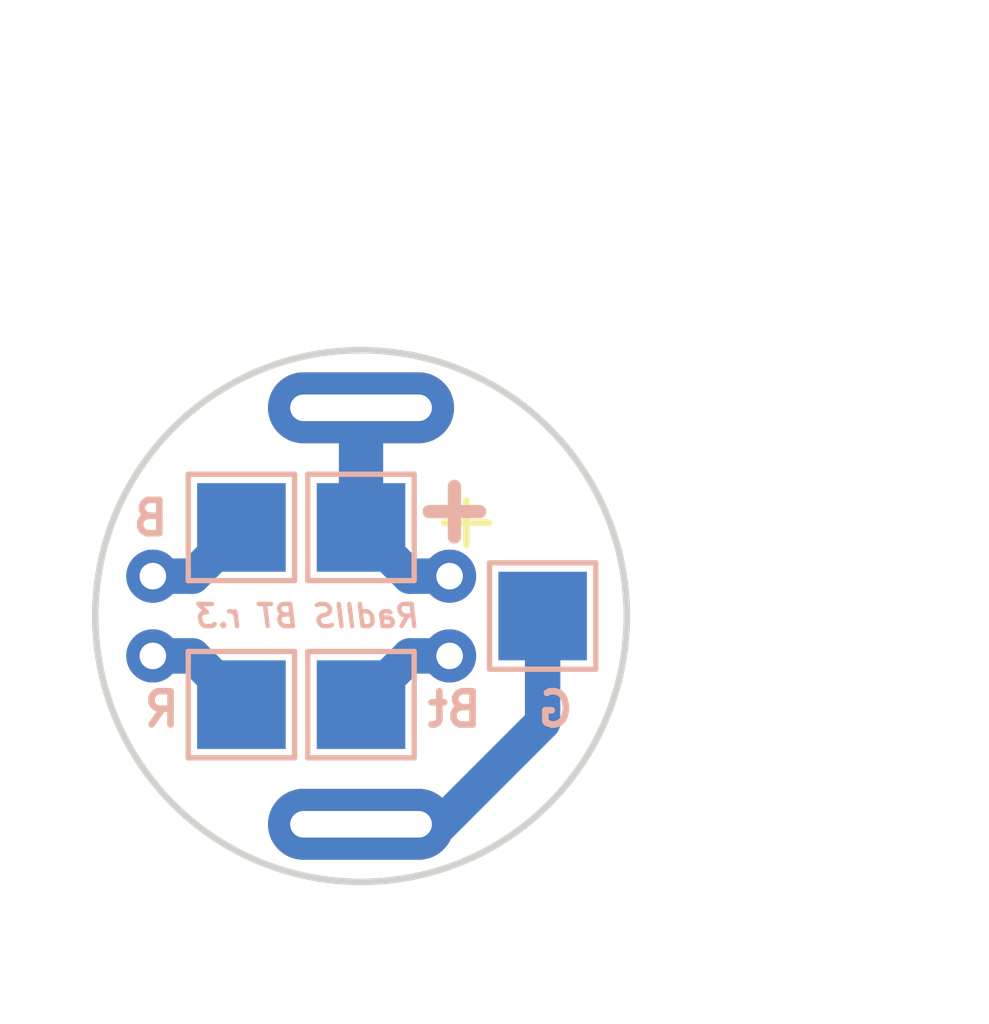
<source format=kicad_pcb>
(kicad_pcb (version 20240108) (generator "pcbnew") (generator_version "8.0")
  (layers (0 "F.Cu" signal) (31 "B.Cu" signal) (34 "B.Paste" user) (35 "F.Paste" user) (36 "B.SilkS" user "B.Silkscreen") (37 "F.SilkS" user "F.Silkscreen") (38 "B.Mask" user) (39 "F.Mask" user) (44 "Edge.Cuts" user))
  (net 0 "")
  (net 1 "Net-(SW1-Pad2)")
  (net 2 "Net-(SW1-Pad1)")
  (net 3 "Net-(SW1-Pad5)")
  (net 4 "Net-(SW1-Pad6)")
  (net 5 "Net-(SW1-Pad4)")
  (footprint "RadIIS_BUTTON_PCB:MBP16_RGB_PCB" (layer "F.Cu") (at 100 100)
    (property "Reference" "SW1" (hide yes))
    (property "Value" "SW_Push_LED")
    (fp_line (start 1.88 -2.11) (end 2.88 -2.11) (stroke (width 0.15)) (layer "F.SilkS"))
    (fp_line (start 2.38 -1.61) (end 2.38 -2.61) (stroke (width 0.15)) (layer "F.SilkS"))
    (pad "1" thru_hole oval (at 0 4.7) (size 4.2 1.6) (drill oval 3.2 0.6) (layers "*.Cu" "*.Mask") (net 2 "Net-(SW1-Pad1)"))
    (pad "2" thru_hole oval (at 0 -4.7) (size 4.2 1.6) (drill oval 3.2 0.6) (layers "*.Cu" "*.Mask") (net 1 "Net-(SW1-Pad2)"))
    (pad "3" thru_hole circle (at 2 -0.9) (size 1.2 1.2) (drill 0.6) (layers "*.Cu" "*.Mask") (net 1 "Net-(SW1-Pad2)"))
    (pad "4" thru_hole circle (at -4.7 0.9) (size 1.2 1.2) (drill 0.6) (layers "*.Cu" "*.Mask") (net 5 "Net-(SW1-Pad4)"))
    (pad "5" thru_hole circle (at 2 0.9) (size 1.2 1.2) (drill 0.6) (layers "*.Cu" "*.Mask") (net 3 "Net-(SW1-Pad5)"))
    (pad "6" thru_hole circle (at -4.7 -0.9) (size 1.2 1.2) (drill 0.6) (layers "*.Cu" "*.Mask") (net 4 "Net-(SW1-Pad6)"))
  )
  (footprint "TestPoint:TestPoint_Pad_2.0x2.0mm" (layer "B.Cu") (at 100 98)
    (property "Reference" "TP5" (hide yes))
    (property "Value" "Pad")
    (fp_line (start -1.2 -1.2) (end -1.2 1.2) (stroke (width 0.12)) (layer "B.SilkS"))
    (fp_line (start -1.2 1.2) (end 1.2 1.2) (stroke (width 0.12)) (layer "B.SilkS"))
    (fp_line (start 1.2 -1.2) (end -1.2 -1.2) (stroke (width 0.12)) (layer "B.SilkS"))
    (fp_line (start 1.2 1.2) (end 1.2 -1.2) (stroke (width 0.12)) (layer "B.SilkS"))
    (pad "1" smd rect (at 0 0) (size 2 2) (layers "B.Cu" "B.Mask") (net 1 "Net-(SW1-Pad2)"))
  )
  (footprint "TestPoint:TestPoint_Pad_2.0x2.0mm" (layer "B.Cu") (at 100 102 -90)
    (property "Reference" "TP1" (hide yes))
    (property "Value" "Pad")
    (fp_line (start -1.2 1.2) (end 1.2 1.2) (stroke (width 0.12)) (layer "B.SilkS"))
    (fp_line (start 1.2 1.2) (end 1.2 -1.2) (stroke (width 0.12)) (layer "B.SilkS"))
    (fp_line (start -1.2 -1.2) (end -1.2 1.2) (stroke (width 0.12)) (layer "B.SilkS"))
    (fp_line (start 1.2 -1.2) (end -1.2 -1.2) (stroke (width 0.12)) (layer "B.SilkS"))
    (pad "1" smd rect (at 0 0 270) (size 2 2) (layers "B.Cu" "B.Mask") (net 3 "Net-(SW1-Pad5)"))
  )
  (footprint "TestPoint:TestPoint_Pad_2.0x2.0mm" (layer "B.Cu") (at 97.3 102)
    (property "Reference" "TP2" (hide yes))
    (property "Value" "Pad")
    (fp_line (start -1.2 -1.2) (end -1.2 1.2) (stroke (width 0.12)) (layer "B.SilkS"))
    (fp_line (start -1.2 1.2) (end 1.2 1.2) (stroke (width 0.12)) (layer "B.SilkS"))
    (fp_line (start 1.2 -1.2) (end -1.2 -1.2) (stroke (width 0.12)) (layer "B.SilkS"))
    (fp_line (start 1.2 1.2) (end 1.2 -1.2) (stroke (width 0.12)) (layer "B.SilkS"))
    (pad "1" smd rect (at 0 0) (size 2 2) (layers "B.Cu" "B.Mask") (net 5 "Net-(SW1-Pad4)"))
  )
  (footprint "TestPoint:TestPoint_Pad_2.0x2.0mm" (layer "B.Cu") (at 97.3 98)
    (property "Reference" "TP4" (hide yes))
    (property "Value" "Pad")
    (fp_line (start -1.2 -1.2) (end -1.2 1.2) (stroke (width 0.12)) (layer "B.SilkS"))
    (fp_line (start -1.2 1.2) (end 1.2 1.2) (stroke (width 0.12)) (layer "B.SilkS"))
    (fp_line (start 1.2 -1.2) (end -1.2 -1.2) (stroke (width 0.12)) (layer "B.SilkS"))
    (fp_line (start 1.2 1.2) (end 1.2 -1.2) (stroke (width 0.12)) (layer "B.SilkS"))
    (pad "1" smd rect (at 0 0) (size 2 2) (layers "B.Cu" "B.Mask") (net 4 "Net-(SW1-Pad6)"))
  )
  (footprint "TestPoint:TestPoint_Pad_2.0x2.0mm" (layer "B.Cu") (at 104.1 100)
    (property "Reference" "TP3" (hide yes))
    (property "Value" "Pad")
    (fp_line (start -1.2 -1.2) (end -1.2 1.2) (stroke (width 0.12)) (layer "B.SilkS"))
    (fp_line (start -1.2 1.2) (end 1.2 1.2) (stroke (width 0.12)) (layer "B.SilkS"))
    (fp_line (start 1.2 -1.2) (end -1.2 -1.2) (stroke (width 0.12)) (layer "B.SilkS"))
    (fp_line (start 1.2 1.2) (end 1.2 -1.2) (stroke (width 0.12)) (layer "B.SilkS"))
    (pad "1" smd rect (at 0 0) (size 2 2) (layers "B.Cu" "B.Mask") (net 2 "Net-(SW1-Pad1)"))
  )
  (gr_circle (center 100 100) (end 106 100) (stroke (width 0.15)) (fill none) (layer "Edge.Cuts"))
  (gr_text "Bt" (at 102.108 102.108 0) (layer "B.SilkS") (effects (font (size 0.75 0.75)) (justify mirror)))
  (gr_text "G" (at 104.394 102.108 0) (layer "B.SilkS") (effects (font (size 0.75 0.75)) (justify mirror)))
  (gr_text "B" (at 95.25 97.79 0) (layer "B.SilkS") (effects (font (size 0.75 0.75)) (justify mirror)))
  (gr_text "RadIIS BT r.3\n" (at 98.806 100 0) (layer "B.SilkS") (effects (font (size 0.5 0.5) (thickness 0.1) (italic yes)) (justify mirror)))
  (gr_text "R" (at 95.504 102.108 0) (layer "B.SilkS") (effects (font (size 0.75 0.75)) (justify mirror)))
  (gr_text "+" (at 102.108 97.536 0) (layer "B.SilkS") (effects (font (size 1.5 1.5) (thickness 0.3)) (justify mirror)))
  (segment (start 100 95.3) (end 100 98) (width 1) (layer "B.Cu") (net 1))
  (segment (start 102 99.1) (end 101.1 99.1) (width 0.8) (layer "B.Cu") (net 1))
  (segment (start 101.1 99.1) (end 100 98) (width 0.8) (layer "B.Cu") (net 1))
  (segment (start 100.076 104.624) (end 100 104.7) (width 1) (layer "F.Cu") (net 2))
  (segment (start 104.1 102.4) (end 104.1 100) (width 0.8) (layer "B.Cu") (net 2))
  (segment (start 101.8 104.7) (end 104.1 102.4) (width 0.8) (layer "B.Cu") (net 2))
  (segment (start 100 104.7) (end 101.8 104.7) (width 0.8) (layer "B.Cu") (net 2))
  (segment (start 100.076 104.624) (end 100 104.7) (width 1) (layer "B.Cu") (net 2))
  (segment (start 102 100.9) (end 101.1 100.9) (width 0.8) (layer "B.Cu") (net 3))
  (segment (start 101.1 100.9) (end 100 102) (width 0.8) (layer "B.Cu") (net 3))
  (segment (start 96.2 99.1) (end 97.3 98) (width 0.8) (layer "B.Cu") (net 4))
  (segment (start 95.3 99.1) (end 96.2 99.1) (width 0.8) (layer "B.Cu") (net 4))
  (segment (start 96.2 100.9) (end 97.3 102) (width 0.8) (layer "B.Cu") (net 5))
  (segment (start 95.3 100.9) (end 96.2 100.9) (width 0.8) (layer "B.Cu") (net 5))
)
</source>
